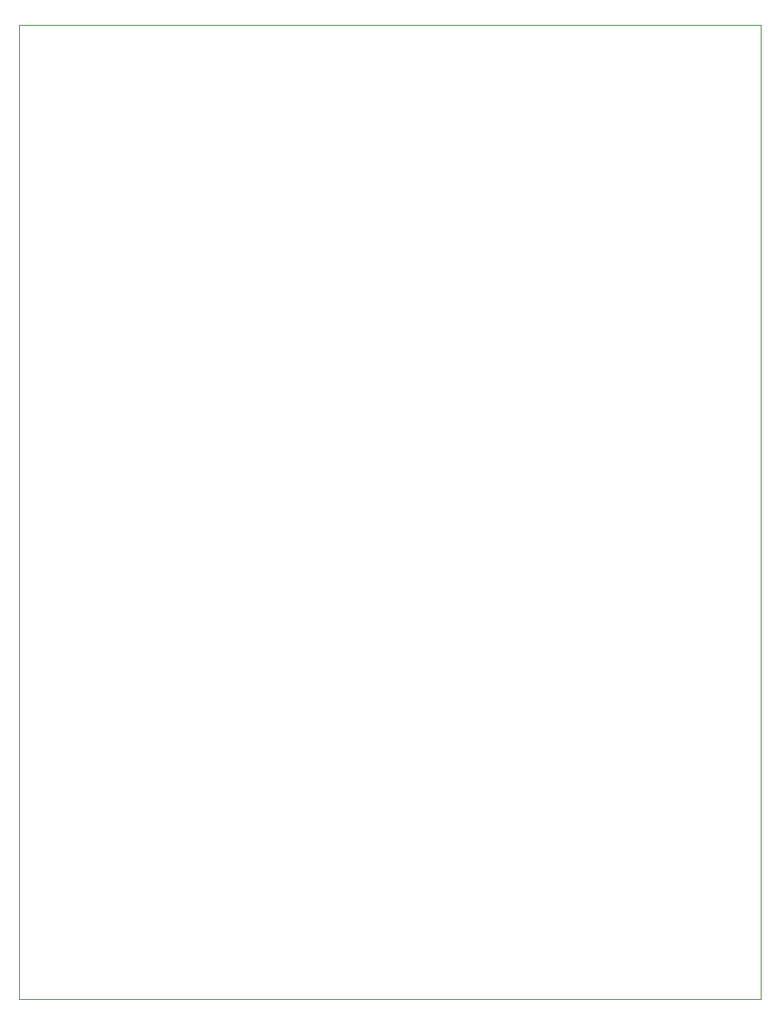
<source format=gm1>
G04 #@! TF.GenerationSoftware,KiCad,Pcbnew,9.0.1*
G04 #@! TF.CreationDate,2025-06-18T17:33:09-04:00*
G04 #@! TF.ProjectId,chop up the soul kanye,63686f70-2075-4702-9074-686520736f75,rev?*
G04 #@! TF.SameCoordinates,Original*
G04 #@! TF.FileFunction,Profile,NP*
%FSLAX46Y46*%
G04 Gerber Fmt 4.6, Leading zero omitted, Abs format (unit mm)*
G04 Created by KiCad (PCBNEW 9.0.1) date 2025-06-18 17:33:09*
%MOMM*%
%LPD*%
G01*
G04 APERTURE LIST*
G04 #@! TA.AperFunction,Profile*
%ADD10C,0.050000*%
G04 #@! TD*
G04 APERTURE END LIST*
D10*
X109688514Y-39363412D02*
X185311487Y-39363412D01*
X185311487Y-138636588D01*
X109688514Y-138636588D01*
X109688514Y-39363412D01*
M02*

</source>
